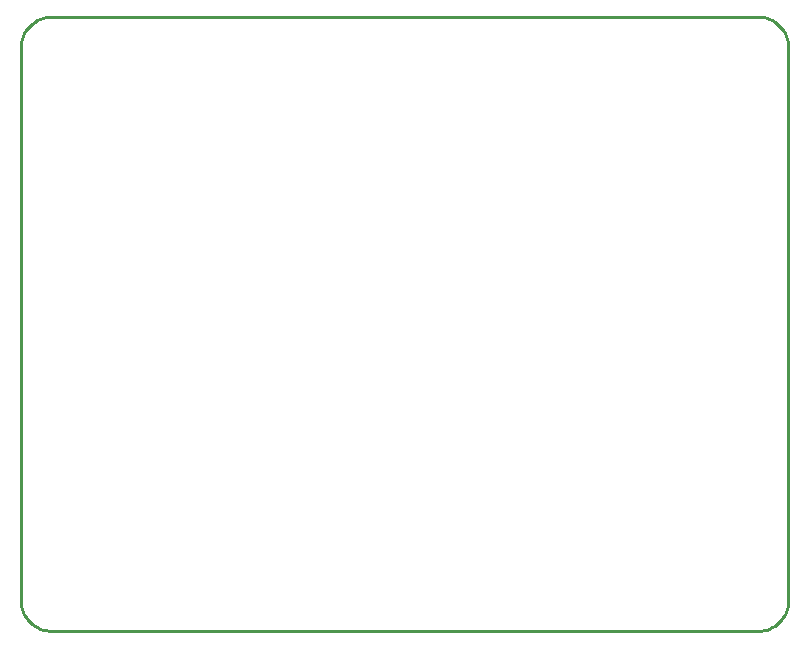
<source format=gm1>
G04*
G04 #@! TF.GenerationSoftware,Altium Limited,Altium Designer,21.3.2 (30)*
G04*
G04 Layer_Color=16711935*
%FSLAX25Y25*%
%MOIN*%
G70*
G04*
G04 #@! TF.SameCoordinates,4FB7CEAD-E32D-458C-9978-29DB153300B6*
G04*
G04*
G04 #@! TF.FilePolarity,Positive*
G04*
G01*
G75*
%ADD18C,0.01000*%
%ADD19C,0.00394*%
D18*
X0Y10300D02*
X50Y9290D01*
X198Y8291D01*
X444Y7310D01*
X784Y6358D01*
X1216Y5445D01*
X1736Y4578D01*
X2338Y3766D01*
X3017Y3017D01*
X3766Y2338D01*
X4578Y1736D01*
X5445Y1216D01*
X6358Y784D01*
X7310Y444D01*
X8291Y198D01*
X9290Y50D01*
X10300Y0D01*
X245605D02*
X246615Y50D01*
X247615Y198D01*
X248595Y444D01*
X249547Y784D01*
X250461Y1216D01*
X251328Y1736D01*
X252140Y2338D01*
X252889Y3017D01*
X253568Y3766D01*
X254170Y4578D01*
X254689Y5445D01*
X255121Y6358D01*
X255462Y7310D01*
X255708Y8291D01*
X255856Y9290D01*
X255906Y10300D01*
Y194485D02*
X255856Y195495D01*
X255708Y196494D01*
X255462Y197475D01*
X255121Y198427D01*
X254689Y199340D01*
X254170Y200207D01*
X253568Y201019D01*
X252889Y201768D01*
X252140Y202447D01*
X251328Y203049D01*
X250461Y203569D01*
X249547Y204001D01*
X248595Y204342D01*
X247615Y204587D01*
X246615Y204735D01*
X245605Y204785D01*
X10300D02*
X9290Y204735D01*
X8291Y204587D01*
X7310Y204342D01*
X6358Y204001D01*
X5445Y203569D01*
X4578Y203049D01*
X3766Y202447D01*
X3017Y201768D01*
X2338Y201019D01*
X1736Y200207D01*
X1216Y199340D01*
X784Y198427D01*
X444Y197475D01*
X198Y196494D01*
X50Y195495D01*
X0Y194485D01*
Y10300D02*
Y91535D01*
X10300Y0D02*
X245606D01*
X255906Y10300D02*
Y194485D01*
X10300Y204785D02*
X245606D01*
X0Y91535D02*
Y194485D01*
Y10300D02*
X50Y9290D01*
X198Y8291D01*
X444Y7310D01*
X784Y6358D01*
X1216Y5445D01*
X1736Y4578D01*
X2338Y3766D01*
X3017Y3017D01*
X3766Y2338D01*
X4578Y1736D01*
X5445Y1216D01*
X6358Y784D01*
X7310Y444D01*
X8291Y198D01*
X9290Y50D01*
X10300Y0D01*
X245605D02*
X246615Y50D01*
X247615Y198D01*
X248595Y444D01*
X249547Y784D01*
X250461Y1216D01*
X251328Y1736D01*
X252140Y2338D01*
X252889Y3017D01*
X253568Y3766D01*
X254170Y4578D01*
X254689Y5445D01*
X255121Y6358D01*
X255462Y7310D01*
X255708Y8291D01*
X255856Y9290D01*
X255906Y10300D01*
Y194485D02*
X255856Y195495D01*
X255708Y196494D01*
X255462Y197475D01*
X255121Y198427D01*
X254689Y199340D01*
X254170Y200207D01*
X253568Y201019D01*
X252889Y201768D01*
X252140Y202447D01*
X251328Y203049D01*
X250461Y203569D01*
X249547Y204001D01*
X248595Y204342D01*
X247615Y204587D01*
X246615Y204735D01*
X245605Y204785D01*
X10300D02*
X9290Y204735D01*
X8291Y204587D01*
X7310Y204342D01*
X6358Y204001D01*
X5445Y203569D01*
X4578Y203049D01*
X3766Y202447D01*
X3017Y201768D01*
X2338Y201019D01*
X1736Y200207D01*
X1216Y199340D01*
X784Y198427D01*
X444Y197475D01*
X198Y196494D01*
X50Y195495D01*
X0Y194485D01*
Y10300D02*
Y91535D01*
X10300Y0D02*
X245606D01*
X255906Y10300D02*
Y194485D01*
X10300Y204785D02*
X245606D01*
X0Y91535D02*
Y194485D01*
D19*
X197Y19685D02*
Y62992D01*
Y19685D02*
Y62992D01*
M02*

</source>
